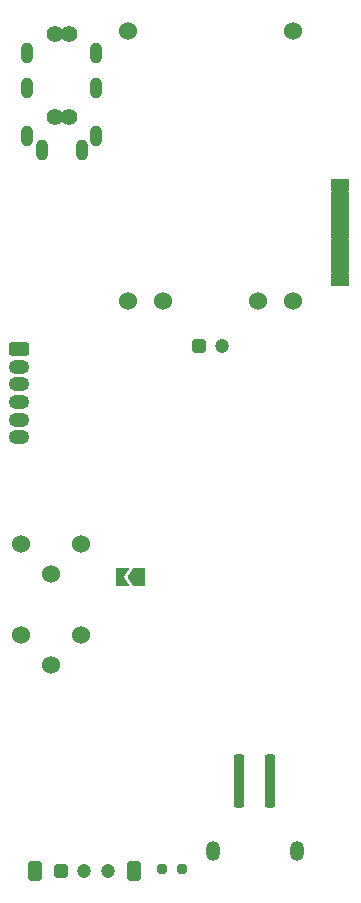
<source format=gbr>
%TF.GenerationSoftware,KiCad,Pcbnew,7.0.5*%
%TF.CreationDate,2023-11-27T01:09:10+09:00*%
%TF.ProjectId,Ultramarine-2_Control_Unit,556c7472-616d-4617-9269-6e652d325f43,rev?*%
%TF.SameCoordinates,Original*%
%TF.FileFunction,Soldermask,Bot*%
%TF.FilePolarity,Negative*%
%FSLAX46Y46*%
G04 Gerber Fmt 4.6, Leading zero omitted, Abs format (unit mm)*
G04 Created by KiCad (PCBNEW 7.0.5) date 2023-11-27 01:09:10*
%MOMM*%
%LPD*%
G01*
G04 APERTURE LIST*
G04 Aperture macros list*
%AMRoundRect*
0 Rectangle with rounded corners*
0 $1 Rounding radius*
0 $2 $3 $4 $5 $6 $7 $8 $9 X,Y pos of 4 corners*
0 Add a 4 corners polygon primitive as box body*
4,1,4,$2,$3,$4,$5,$6,$7,$8,$9,$2,$3,0*
0 Add four circle primitives for the rounded corners*
1,1,$1+$1,$2,$3*
1,1,$1+$1,$4,$5*
1,1,$1+$1,$6,$7*
1,1,$1+$1,$8,$9*
0 Add four rect primitives between the rounded corners*
20,1,$1+$1,$2,$3,$4,$5,0*
20,1,$1+$1,$4,$5,$6,$7,0*
20,1,$1+$1,$6,$7,$8,$9,0*
20,1,$1+$1,$8,$9,$2,$3,0*%
%AMFreePoly0*
4,1,6,1.000000,0.000000,0.500000,-0.750000,-0.500000,-0.750000,-0.500000,0.750000,0.500000,0.750000,1.000000,0.000000,1.000000,0.000000,$1*%
%AMFreePoly1*
4,1,6,0.500000,-0.750000,-0.650000,-0.750000,-0.150000,0.000000,-0.650000,0.750000,0.500000,0.750000,0.500000,-0.750000,0.500000,-0.750000,$1*%
G04 Aperture macros list end*
%ADD10RoundRect,0.200000X0.200000X0.200000X-0.200000X0.200000X-0.200000X-0.200000X0.200000X-0.200000X0*%
%ADD11C,1.524000*%
%ADD12O,1.200000X1.700000*%
%ADD13RoundRect,0.225000X-0.225000X-2.025000X0.225000X-2.025000X0.225000X2.025000X-0.225000X2.025000X0*%
%ADD14RoundRect,0.300000X-0.300000X-0.550000X0.300000X-0.550000X0.300000X0.550000X-0.300000X0.550000X0*%
%ADD15RoundRect,0.300000X-0.300000X-0.300000X0.300000X-0.300000X0.300000X0.300000X-0.300000X0.300000X0*%
%ADD16C,1.200000*%
%ADD17C,1.400000*%
%ADD18O,1.000000X1.800000*%
%ADD19RoundRect,0.300000X-0.575000X0.300000X-0.575000X-0.300000X0.575000X-0.300000X0.575000X0.300000X0*%
%ADD20O,1.750000X1.200000*%
%ADD21R,1.500000X3.000000*%
%ADD22FreePoly0,270.000000*%
%ADD23FreePoly0,90.000000*%
%ADD24FreePoly0,180.000000*%
%ADD25FreePoly1,180.000000*%
G04 APERTURE END LIST*
D10*
%TO.C,D3*%
X143575000Y-122250000D03*
X141925000Y-122250000D03*
%TD*%
D11*
%TO.C,U1*%
X153000000Y-51320000D03*
X139000000Y-51320000D03*
X153000000Y-74180000D03*
X150000000Y-74180000D03*
X142000000Y-74180000D03*
X139000000Y-74180000D03*
%TD*%
D12*
%TO.C,BT2*%
X146200000Y-120750000D03*
X153300000Y-120750000D03*
D13*
X151050000Y-114850000D03*
X148450000Y-114850000D03*
%TD*%
D14*
%TO.C,SW1*%
X131100000Y-122500000D03*
X139500000Y-122500000D03*
D15*
X133300000Y-122500000D03*
D16*
X135300000Y-122500000D03*
X137300000Y-122500000D03*
%TD*%
D11*
%TO.C,RV1*%
X129960000Y-102500000D03*
X132500000Y-105040000D03*
X135040000Y-102500000D03*
%TD*%
D17*
%TO.C,J2*%
X132800000Y-51600000D03*
X132800000Y-58600000D03*
X134000000Y-51600000D03*
X134000000Y-58600000D03*
D18*
X131700000Y-61400000D03*
X135100000Y-61400000D03*
X130500000Y-60200000D03*
X136300000Y-60200000D03*
X130500000Y-56200000D03*
X136300000Y-56200000D03*
X130500000Y-53200000D03*
X136300000Y-53200000D03*
%TD*%
D15*
%TO.C,BT1*%
X145000000Y-78000000D03*
D16*
X147000000Y-78000000D03*
%TD*%
D19*
%TO.C,J1*%
X129800000Y-78250000D03*
D20*
X129780000Y-79750000D03*
X129800000Y-81250000D03*
X129780000Y-82750000D03*
X129800000Y-84250000D03*
X129780000Y-85750000D03*
%TD*%
D11*
%TO.C,RV2*%
X129960000Y-94750000D03*
X132500000Y-97290000D03*
X135040000Y-94750000D03*
%TD*%
D21*
%TO.C,JP6*%
X157000000Y-70400000D03*
D22*
X157000000Y-68400000D03*
D23*
X157000000Y-72400000D03*
%TD*%
D11*
%TO.C,U2*%
X139000000Y-51320000D03*
X153000000Y-51320000D03*
X139000000Y-74180000D03*
X142000000Y-74180000D03*
X150000000Y-74180000D03*
X153000000Y-74180000D03*
%TD*%
D24*
%TO.C,JP7*%
X139950000Y-97600000D03*
D25*
X138500000Y-97600000D03*
%TD*%
D21*
%TO.C,JP4*%
X157000000Y-66400000D03*
D22*
X157000000Y-64400000D03*
D23*
X157000000Y-68400000D03*
%TD*%
M02*

</source>
